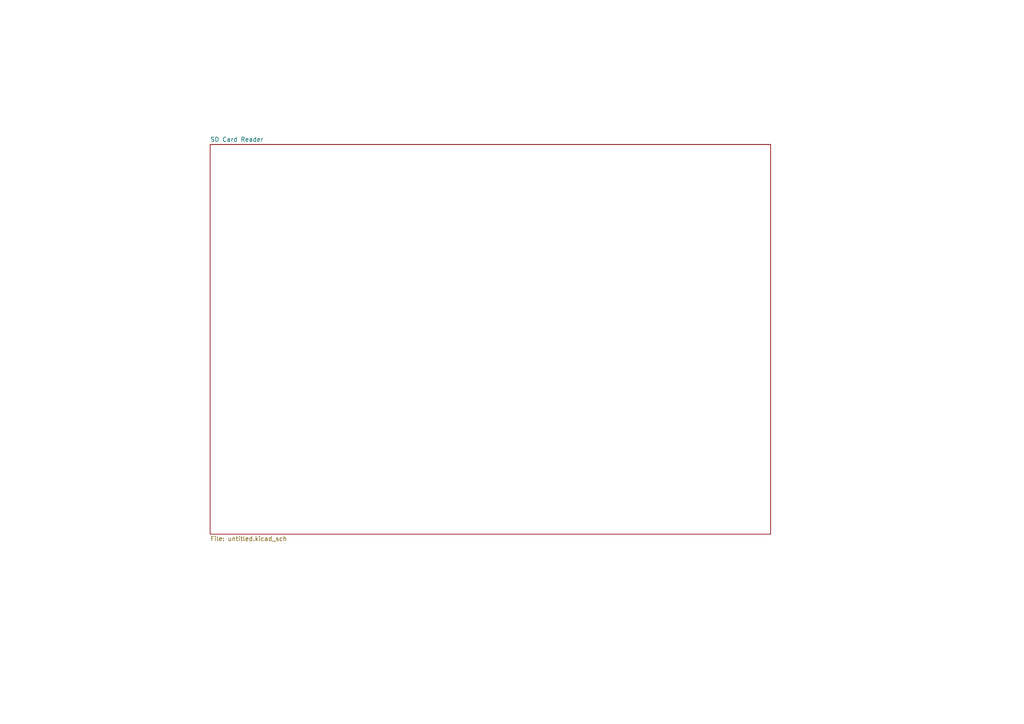
<source format=kicad_sch>
(kicad_sch (version 20230121) (generator eeschema)
  (paper "A4")
  (lib_symbols)
  (sheet (at 60.96 41.91) (size 162.56 113.03) (stroke (width 0.1524))
    (property "Sheetname" "SD Card Reader" (at 60.96 41.1984 0) (effects (justify left bottom)))
    (property "Sheetfile" "untitled.kicad_sch" (at 60.96 155.5246 0) (effects (justify left top)))
  )
)
</source>
